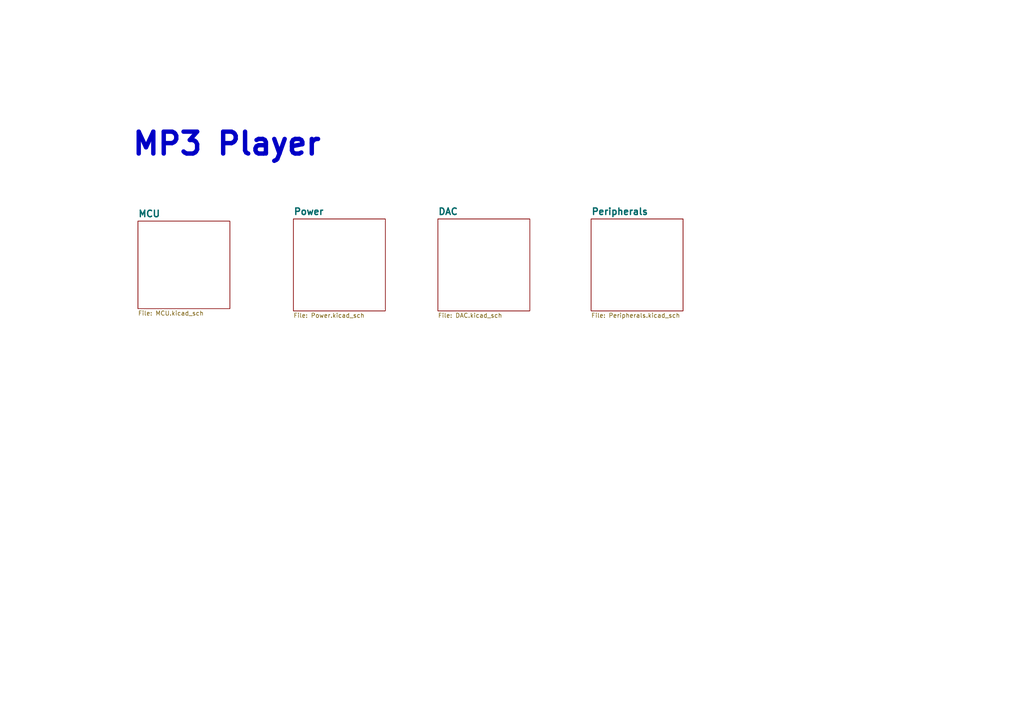
<source format=kicad_sch>
(kicad_sch
	(version 20250114)
	(generator "eeschema")
	(generator_version "9.0")
	(uuid "3f51ea9b-d2e1-4711-a47c-269e1b97e0f4")
	(paper "A4")
	(title_block
		(title "MP3 Player")
		(date "2025-07-26")
		(rev "A")
		(company "Tempting Services")
	)
	(lib_symbols)
	(text "MP3 Player"
		(exclude_from_sim no)
		(at 65.786 41.91 0)
		(effects
			(font
				(size 6.35 6.35)
				(thickness 1.27)
				(bold yes)
			)
		)
		(uuid "1c877e02-d9df-4335-8d25-8a84c25442a4")
	)
	(sheet
		(at 85.09 63.5)
		(size 26.67 26.67)
		(exclude_from_sim no)
		(in_bom yes)
		(on_board yes)
		(dnp no)
		(fields_autoplaced yes)
		(stroke
			(width 0.1524)
			(type solid)
		)
		(fill
			(color 0 0 0 0.0000)
		)
		(uuid "156723cf-95cb-4e74-b8dc-320a10f9d20f")
		(property "Sheetname" "Power"
			(at 85.09 62.4709 0)
			(effects
				(font
					(size 1.905 1.905)
					(thickness 0.381)
					(bold yes)
				)
				(justify left bottom)
			)
		)
		(property "Sheetfile" "Power.kicad_sch"
			(at 85.09 90.7546 0)
			(effects
				(font
					(size 1.27 1.27)
				)
				(justify left top)
			)
		)
		(instances
			(project "MP3-Player"
				(path "/3f51ea9b-d2e1-4711-a47c-269e1b97e0f4"
					(page "3")
				)
			)
		)
	)
	(sheet
		(at 171.45 63.5)
		(size 26.67 26.67)
		(exclude_from_sim no)
		(in_bom yes)
		(on_board yes)
		(dnp no)
		(fields_autoplaced yes)
		(stroke
			(width 0.1524)
			(type solid)
		)
		(fill
			(color 0 0 0 0.0000)
		)
		(uuid "425fb02a-335c-42f3-aa7e-942bbee7b5dd")
		(property "Sheetname" "Peripherals"
			(at 171.45 62.4709 0)
			(effects
				(font
					(size 1.905 1.905)
					(thickness 0.381)
					(bold yes)
				)
				(justify left bottom)
			)
		)
		(property "Sheetfile" "Peripherals.kicad_sch"
			(at 171.45 90.7546 0)
			(effects
				(font
					(size 1.27 1.27)
				)
				(justify left top)
			)
		)
		(instances
			(project "MP3-Player"
				(path "/3f51ea9b-d2e1-4711-a47c-269e1b97e0f4"
					(page "4")
				)
			)
		)
	)
	(sheet
		(at 127 63.5)
		(size 26.67 26.67)
		(exclude_from_sim no)
		(in_bom yes)
		(on_board yes)
		(dnp no)
		(fields_autoplaced yes)
		(stroke
			(width 0.1524)
			(type solid)
		)
		(fill
			(color 0 0 0 0.0000)
		)
		(uuid "55939feb-9632-43ca-a0aa-b7cf8cf1876d")
		(property "Sheetname" "DAC"
			(at 127 62.4709 0)
			(effects
				(font
					(size 1.905 1.905)
					(thickness 0.381)
					(bold yes)
				)
				(justify left bottom)
			)
		)
		(property "Sheetfile" "DAC.kicad_sch"
			(at 127 90.7546 0)
			(effects
				(font
					(size 1.27 1.27)
				)
				(justify left top)
			)
		)
		(instances
			(project "MP3-Player"
				(path "/3f51ea9b-d2e1-4711-a47c-269e1b97e0f4"
					(page "5")
				)
			)
		)
	)
	(sheet
		(at 40.005 64.135)
		(size 26.67 25.4)
		(exclude_from_sim no)
		(in_bom yes)
		(on_board yes)
		(dnp no)
		(fields_autoplaced yes)
		(stroke
			(width 0.1524)
			(type solid)
		)
		(fill
			(color 0 0 0 0.0000)
		)
		(uuid "94b81035-f90d-4565-a117-ac4535135684")
		(property "Sheetname" "MCU"
			(at 40.005 63.1059 0)
			(effects
				(font
					(size 1.905 1.905)
					(thickness 0.381)
					(bold yes)
				)
				(justify left bottom)
			)
		)
		(property "Sheetfile" "MCU.kicad_sch"
			(at 40.005 90.1196 0)
			(effects
				(font
					(size 1.27 1.27)
				)
				(justify left top)
			)
		)
		(instances
			(project "MP3-Player"
				(path "/3f51ea9b-d2e1-4711-a47c-269e1b97e0f4"
					(page "2")
				)
			)
		)
	)
	(sheet_instances
		(path "/"
			(page "1")
		)
	)
	(embedded_fonts no)
)

</source>
